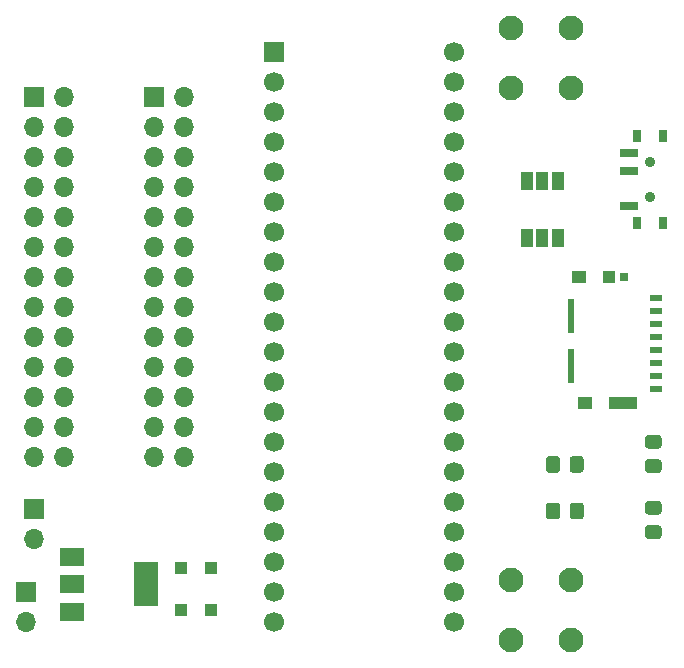
<source format=gbr>
%TF.GenerationSoftware,KiCad,Pcbnew,(5.1.8-0-10_14)*%
%TF.CreationDate,2021-05-17T09:41:11-06:00*%
%TF.ProjectId,bluescsi_iigs_internal,626c7565-7363-4736-995f-696967735f69,rev?*%
%TF.SameCoordinates,Original*%
%TF.FileFunction,Soldermask,Top*%
%TF.FilePolarity,Negative*%
%FSLAX46Y46*%
G04 Gerber Fmt 4.6, Leading zero omitted, Abs format (unit mm)*
G04 Created by KiCad (PCBNEW (5.1.8-0-10_14)) date 2021-05-17 09:41:11*
%MOMM*%
%LPD*%
G01*
G04 APERTURE LIST*
%ADD10C,2.100000*%
%ADD11O,1.700000X1.700000*%
%ADD12R,1.700000X1.700000*%
%ADD13R,1.000000X1.500000*%
%ADD14R,0.550000X2.910000*%
%ADD15R,2.390000X1.050000*%
%ADD16R,1.200000X1.050000*%
%ADD17R,1.080000X1.050000*%
%ADD18R,0.780000X0.720000*%
%ADD19R,1.000000X0.500000*%
%ADD20R,1.000000X1.000000*%
%ADD21R,2.000000X1.500000*%
%ADD22R,2.000000X3.800000*%
%ADD23C,0.900000*%
%ADD24R,1.500000X0.700000*%
%ADD25R,0.800000X1.000000*%
%ADD26C,1.700000*%
G04 APERTURE END LIST*
D10*
%TO.C,M2*%
X172461000Y-48791000D03*
X177541000Y-48791000D03*
X172461000Y-53871000D03*
X177541000Y-53871000D03*
%TD*%
%TO.C,M1*%
X172461000Y-95481000D03*
X177541000Y-95481000D03*
X172461000Y-100561000D03*
X177541000Y-100561000D03*
%TD*%
D11*
%TO.C,J5*%
X132080000Y-92075000D03*
D12*
X132080000Y-89535000D03*
%TD*%
D13*
%TO.C,JP2*%
X173833000Y-66548000D03*
X175133000Y-66548000D03*
X176433000Y-66548000D03*
%TD*%
%TO.C,JP1*%
X173833000Y-61722000D03*
X175133000Y-61722000D03*
X176433000Y-61722000D03*
%TD*%
D14*
%TO.C,J3*%
X177524000Y-77388000D03*
X177524000Y-73198000D03*
D15*
X181954000Y-80509000D03*
D16*
X178769000Y-80509000D03*
X178199000Y-69859000D03*
D17*
X180809000Y-69859000D03*
D18*
X182079000Y-69874000D03*
D19*
X184759000Y-79334000D03*
X184759000Y-78234000D03*
X184759000Y-77134000D03*
X184759000Y-76034000D03*
X184759000Y-74934000D03*
X184759000Y-73834000D03*
X184759000Y-72734000D03*
X184759000Y-71634000D03*
%TD*%
D20*
%TO.C,D4*%
X144546000Y-94488000D03*
X147046000Y-94488000D03*
%TD*%
%TO.C,D3*%
X144546000Y-98044000D03*
X147046000Y-98044000D03*
%TD*%
D21*
%TO.C,U4*%
X135280000Y-93585000D03*
X135280000Y-98185000D03*
X135280000Y-95885000D03*
D22*
X141580000Y-95885000D03*
%TD*%
D11*
%TO.C,J4*%
X131445000Y-99060000D03*
D12*
X131445000Y-96520000D03*
%TD*%
D23*
%TO.C,SW1*%
X184226000Y-63095000D03*
X184226000Y-60095000D03*
D24*
X182466000Y-63845000D03*
X182466000Y-60845000D03*
X182466000Y-59345000D03*
D25*
X185326000Y-65245000D03*
X185326000Y-57945000D03*
X183116000Y-57945000D03*
X183116000Y-65245000D03*
%TD*%
%TO.C,D2*%
G36*
G01*
X184981001Y-89974000D02*
X184080999Y-89974000D01*
G75*
G02*
X183831000Y-89724001I0J249999D01*
G01*
X183831000Y-89073999D01*
G75*
G02*
X184080999Y-88824000I249999J0D01*
G01*
X184981001Y-88824000D01*
G75*
G02*
X185231000Y-89073999I0J-249999D01*
G01*
X185231000Y-89724001D01*
G75*
G02*
X184981001Y-89974000I-249999J0D01*
G01*
G37*
G36*
G01*
X184981001Y-92024000D02*
X184080999Y-92024000D01*
G75*
G02*
X183831000Y-91774001I0J249999D01*
G01*
X183831000Y-91123999D01*
G75*
G02*
X184080999Y-90874000I249999J0D01*
G01*
X184981001Y-90874000D01*
G75*
G02*
X185231000Y-91123999I0J-249999D01*
G01*
X185231000Y-91774001D01*
G75*
G02*
X184981001Y-92024000I-249999J0D01*
G01*
G37*
%TD*%
%TO.C,D1*%
G36*
G01*
X184981001Y-84386000D02*
X184080999Y-84386000D01*
G75*
G02*
X183831000Y-84136001I0J249999D01*
G01*
X183831000Y-83485999D01*
G75*
G02*
X184080999Y-83236000I249999J0D01*
G01*
X184981001Y-83236000D01*
G75*
G02*
X185231000Y-83485999I0J-249999D01*
G01*
X185231000Y-84136001D01*
G75*
G02*
X184981001Y-84386000I-249999J0D01*
G01*
G37*
G36*
G01*
X184981001Y-86436000D02*
X184080999Y-86436000D01*
G75*
G02*
X183831000Y-86186001I0J249999D01*
G01*
X183831000Y-85535999D01*
G75*
G02*
X184080999Y-85286000I249999J0D01*
G01*
X184981001Y-85286000D01*
G75*
G02*
X185231000Y-85535999I0J-249999D01*
G01*
X185231000Y-86186001D01*
G75*
G02*
X184981001Y-86436000I-249999J0D01*
G01*
G37*
%TD*%
%TO.C,R2*%
G36*
G01*
X176638000Y-89211999D02*
X176638000Y-90112001D01*
G75*
G02*
X176388001Y-90362000I-249999J0D01*
G01*
X175687999Y-90362000D01*
G75*
G02*
X175438000Y-90112001I0J249999D01*
G01*
X175438000Y-89211999D01*
G75*
G02*
X175687999Y-88962000I249999J0D01*
G01*
X176388001Y-88962000D01*
G75*
G02*
X176638000Y-89211999I0J-249999D01*
G01*
G37*
G36*
G01*
X178638000Y-89211999D02*
X178638000Y-90112001D01*
G75*
G02*
X178388001Y-90362000I-249999J0D01*
G01*
X177687999Y-90362000D01*
G75*
G02*
X177438000Y-90112001I0J249999D01*
G01*
X177438000Y-89211999D01*
G75*
G02*
X177687999Y-88962000I249999J0D01*
G01*
X178388001Y-88962000D01*
G75*
G02*
X178638000Y-89211999I0J-249999D01*
G01*
G37*
%TD*%
%TO.C,R1*%
G36*
G01*
X177438000Y-86175001D02*
X177438000Y-85274999D01*
G75*
G02*
X177687999Y-85025000I249999J0D01*
G01*
X178388001Y-85025000D01*
G75*
G02*
X178638000Y-85274999I0J-249999D01*
G01*
X178638000Y-86175001D01*
G75*
G02*
X178388001Y-86425000I-249999J0D01*
G01*
X177687999Y-86425000D01*
G75*
G02*
X177438000Y-86175001I0J249999D01*
G01*
G37*
G36*
G01*
X175438000Y-86175001D02*
X175438000Y-85274999D01*
G75*
G02*
X175687999Y-85025000I249999J0D01*
G01*
X176388001Y-85025000D01*
G75*
G02*
X176638000Y-85274999I0J-249999D01*
G01*
X176638000Y-86175001D01*
G75*
G02*
X176388001Y-86425000I-249999J0D01*
G01*
X175687999Y-86425000D01*
G75*
G02*
X175438000Y-86175001I0J249999D01*
G01*
G37*
%TD*%
D11*
%TO.C,J2*%
X144780000Y-85090000D03*
X142240000Y-85090000D03*
X144780000Y-82550000D03*
X142240000Y-82550000D03*
X144780000Y-80010000D03*
X142240000Y-80010000D03*
X144780000Y-77470000D03*
X142240000Y-77470000D03*
X144780000Y-74930000D03*
X142240000Y-74930000D03*
X144780000Y-72390000D03*
X142240000Y-72390000D03*
X144780000Y-69850000D03*
X142240000Y-69850000D03*
X144780000Y-67310000D03*
X142240000Y-67310000D03*
X144780000Y-64770000D03*
X142240000Y-64770000D03*
X144780000Y-62230000D03*
X142240000Y-62230000D03*
X144780000Y-59690000D03*
X142240000Y-59690000D03*
X144780000Y-57150000D03*
X142240000Y-57150000D03*
X144780000Y-54610000D03*
D12*
X142240000Y-54610000D03*
%TD*%
D26*
%TO.C,U1*%
X167640000Y-50800000D03*
D12*
X152400000Y-50800000D03*
D26*
X167640000Y-53340000D03*
X152400000Y-53340000D03*
X167640000Y-55880000D03*
X152400000Y-55880000D03*
X167640000Y-58420000D03*
X152400000Y-58420000D03*
X167640000Y-60960000D03*
X152400000Y-60960000D03*
X167640000Y-63500000D03*
X152400000Y-63500000D03*
X167640000Y-66040000D03*
X152400000Y-66040000D03*
X167640000Y-68580000D03*
X152400000Y-68580000D03*
X167640000Y-71120000D03*
X152400000Y-71120000D03*
X167640000Y-73660000D03*
X152400000Y-73660000D03*
X167640000Y-76200000D03*
X152400000Y-76200000D03*
X167640000Y-78740000D03*
X152400000Y-78740000D03*
X167640000Y-81280000D03*
X152400000Y-81280000D03*
X167640000Y-83820000D03*
X152400000Y-83820000D03*
X167640000Y-86360000D03*
X152400000Y-86360000D03*
X167640000Y-88900000D03*
X152400000Y-88900000D03*
X167640000Y-91440000D03*
X152400000Y-91440000D03*
X167640000Y-93980000D03*
X152400000Y-93980000D03*
X167640000Y-96520000D03*
X152400000Y-96520000D03*
X167640000Y-99060000D03*
X152400000Y-99060000D03*
%TD*%
D11*
%TO.C,J1*%
X134620000Y-85090000D03*
X132080000Y-85090000D03*
X134620000Y-82550000D03*
X132080000Y-82550000D03*
X134620000Y-80010000D03*
X132080000Y-80010000D03*
X134620000Y-77470000D03*
X132080000Y-77470000D03*
X134620000Y-74930000D03*
X132080000Y-74930000D03*
X134620000Y-72390000D03*
X132080000Y-72390000D03*
X134620000Y-69850000D03*
X132080000Y-69850000D03*
X134620000Y-67310000D03*
X132080000Y-67310000D03*
X134620000Y-64770000D03*
X132080000Y-64770000D03*
X134620000Y-62230000D03*
X132080000Y-62230000D03*
X134620000Y-59690000D03*
X132080000Y-59690000D03*
X134620000Y-57150000D03*
X132080000Y-57150000D03*
X134620000Y-54610000D03*
D12*
X132080000Y-54610000D03*
%TD*%
M02*

</source>
